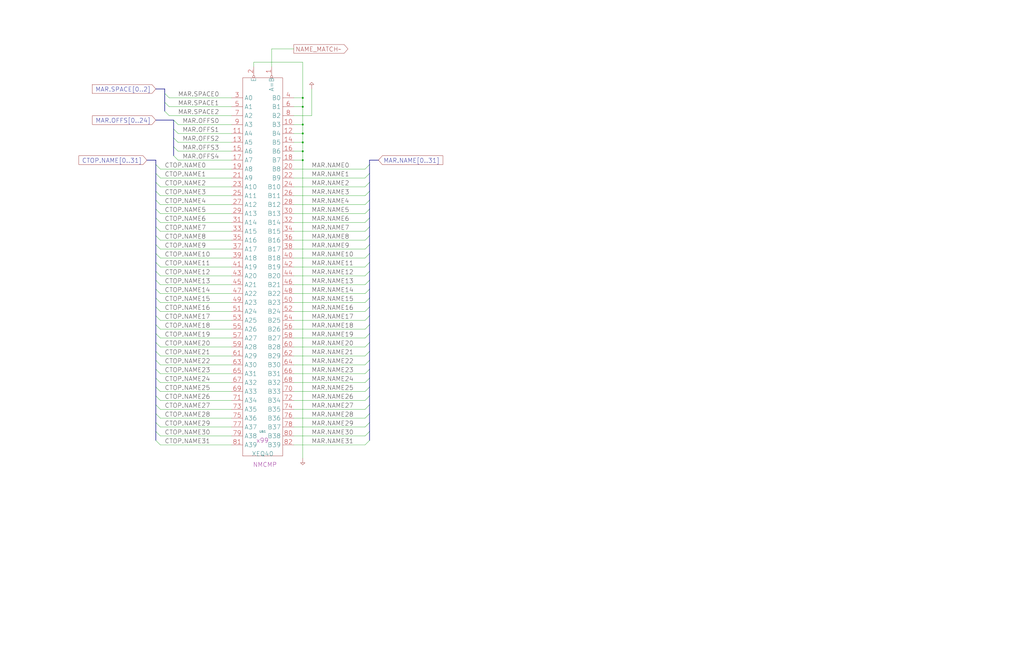
<source format=kicad_sch>
(kicad_sch (version 20230121) (generator eeschema)
  (paper "User" 584.2 378.46)
  (title_block (title "CSA NAME COMPARE") (date "20-MAR-90") (rev "1.0") (comment 1 "FIU") (comment 2 "232-003065") (comment 3 "S400") (comment 4 "RELEASED"))
  (lib_symbols
    (symbol "r1000:PD" (power) (pin_numbers hide) (pin_names hide) (in_bom no)
      (symbol "PD_0_1"
        (polyline (pts (xy 0 -2.54) (xy 1.27 -2.54) (xy 0 -3.81) (xy -1.27 -2.54) (xy 0 -2.54)) (stroke (width 0.1524)))
      )
      (symbol "PD_1_1"
        (pin power_in line (at 0 0 270) (length 2.54) (name "PD") (number "1"))
      )
    )
    (symbol "r1000:PU" (power) (pin_numbers hide) (pin_names hide)
      (symbol "PU_0_1"
        (polyline (pts (xy 0 2.54) (xy -1.27 2.54) (xy 0 3.81) (xy 1.27 2.54) (xy 0 2.54)) (stroke (width 0.1524)))
      )
      (symbol "PU_1_1"
        (pin power_in line (at 0 0 90) (length 2.54) (name "PU") (number "1"))
      )
    )
    (symbol "r1000:XEQ40" (pin_names (offset 1.016))
      (property "Reference" "U" (at 2.54 5.08 0))
      (property "Value" "XEQ40" (at -3.81 -7.62 0))
      (property "Location" "___" (at -1.27 0 0))
      (property "Name" "______" (at 3.81 -15.24 0))
      (symbol "XEQ40_1_1"
        (rectangle (start -8.89 207.01) (end 13.97 -8.89))
        (circle (center -2.54 207.645) (radius 0.635))
        (circle (center 7.62 207.645) (radius 0.635))
        (pin output line (at 7.62 213.36 270) (length 5.08) (name "A=B") (number "1"))
        (pin input line (at 20.32 180.34 180) (length 6.35) (name "B3") (number "10"))
        (pin input line (at -15.24 175.26 0) (length 6.35) (name "A4") (number "11"))
        (pin input line (at 20.32 175.26 180) (length 6.35) (name "B4") (number "12"))
        (pin input line (at -15.24 170.18 0) (length 6.35) (name "A5") (number "13"))
        (pin input line (at 20.32 170.18 180) (length 6.35) (name "B5") (number "14"))
        (pin input line (at -15.24 165.1 0) (length 6.35) (name "A6") (number "15"))
        (pin input line (at 20.32 165.1 180) (length 6.35) (name "B6") (number "16"))
        (pin input line (at -15.24 160.02 0) (length 6.35) (name "A7") (number "17"))
        (pin input line (at 20.32 160.02 180) (length 6.35) (name "B7") (number "18"))
        (pin input line (at -15.24 154.94 0) (length 6.35) (name "A8") (number "19"))
        (pin input line (at -2.54 213.36 270) (length 5.08) (name "E") (number "2"))
        (pin input line (at 20.32 154.94 180) (length 6.35) (name "B8") (number "20"))
        (pin input line (at -15.24 149.86 0) (length 6.35) (name "A9") (number "21"))
        (pin input line (at 20.32 149.86 180) (length 6.35) (name "B9") (number "22"))
        (pin input line (at -15.24 144.78 0) (length 6.35) (name "A10") (number "23"))
        (pin input line (at 20.32 144.78 180) (length 6.35) (name "B10") (number "24"))
        (pin input line (at -15.24 139.7 0) (length 6.35) (name "A11") (number "25"))
        (pin input line (at 20.32 139.7 180) (length 6.35) (name "B11") (number "26"))
        (pin input line (at -15.24 134.62 0) (length 6.35) (name "A12") (number "27"))
        (pin input line (at 20.32 134.62 180) (length 6.35) (name "B12") (number "28"))
        (pin input line (at -15.24 129.54 0) (length 6.35) (name "A13") (number "29"))
        (pin input line (at -15.24 195.58 0) (length 6.35) (name "A0") (number "3"))
        (pin input line (at 20.32 129.54 180) (length 6.35) (name "B13") (number "30"))
        (pin input line (at -15.24 124.46 0) (length 6.35) (name "A14") (number "31"))
        (pin input line (at 20.32 124.46 180) (length 6.35) (name "B14") (number "32"))
        (pin input line (at -15.24 119.38 0) (length 6.35) (name "A15") (number "33"))
        (pin input line (at 20.32 119.38 180) (length 6.35) (name "B15") (number "34"))
        (pin input line (at -15.24 114.3 0) (length 6.35) (name "A16") (number "35"))
        (pin input line (at 20.32 114.3 180) (length 6.35) (name "B16") (number "36"))
        (pin input line (at -15.24 109.22 0) (length 6.35) (name "A17") (number "37"))
        (pin input line (at 20.32 109.22 180) (length 6.35) (name "B17") (number "38"))
        (pin input line (at -15.24 104.14 0) (length 6.35) (name "A18") (number "39"))
        (pin input line (at 20.32 195.58 180) (length 6.35) (name "B0") (number "4"))
        (pin input line (at 20.32 104.14 180) (length 6.35) (name "B18") (number "40"))
        (pin input line (at -15.24 99.06 0) (length 6.35) (name "A19") (number "41"))
        (pin input line (at 20.32 99.06 180) (length 6.35) (name "B19") (number "42"))
        (pin input line (at -15.24 93.98 0) (length 6.35) (name "A20") (number "43"))
        (pin input line (at 20.32 93.98 180) (length 6.35) (name "B20") (number "44"))
        (pin input line (at -15.24 88.9 0) (length 6.35) (name "A21") (number "45"))
        (pin input line (at 20.32 88.9 180) (length 6.35) (name "B21") (number "46"))
        (pin input line (at -15.24 83.82 0) (length 6.35) (name "A22") (number "47"))
        (pin input line (at 20.32 83.82 180) (length 6.35) (name "B22") (number "48"))
        (pin input line (at -15.24 78.74 0) (length 6.35) (name "A23") (number "49"))
        (pin input line (at -15.24 190.5 0) (length 6.35) (name "A1") (number "5"))
        (pin input line (at 20.32 78.74 180) (length 6.35) (name "B23") (number "50"))
        (pin input line (at -15.24 73.66 0) (length 6.35) (name "A24") (number "51"))
        (pin input line (at 20.32 73.66 180) (length 6.35) (name "B24") (number "52"))
        (pin input line (at -15.24 68.58 0) (length 6.35) (name "A25") (number "53"))
        (pin input line (at 20.32 68.58 180) (length 6.35) (name "B25") (number "54"))
        (pin input line (at -15.24 63.5 0) (length 6.35) (name "A26") (number "55"))
        (pin input line (at 20.32 63.5 180) (length 6.35) (name "B26") (number "56"))
        (pin input line (at -15.24 58.42 0) (length 6.35) (name "A27") (number "57"))
        (pin input line (at 20.32 58.42 180) (length 6.35) (name "B27") (number "58"))
        (pin input line (at -15.24 53.34 0) (length 6.35) (name "A28") (number "59"))
        (pin input line (at 20.32 190.5 180) (length 6.35) (name "B1") (number "6"))
        (pin input line (at 20.32 53.34 180) (length 6.35) (name "B28") (number "60"))
        (pin input line (at -15.24 48.26 0) (length 6.35) (name "A29") (number "61"))
        (pin input line (at 20.32 48.26 180) (length 6.35) (name "B29") (number "62"))
        (pin input line (at -15.24 43.18 0) (length 6.35) (name "A30") (number "63"))
        (pin input line (at 20.32 43.18 180) (length 6.35) (name "B30") (number "64"))
        (pin input line (at -15.24 38.1 0) (length 6.35) (name "A31") (number "65"))
        (pin input line (at 20.32 38.1 180) (length 6.35) (name "B31") (number "66"))
        (pin input line (at -15.24 33.02 0) (length 6.35) (name "A32") (number "67"))
        (pin input line (at 20.32 33.02 180) (length 6.35) (name "B32") (number "68"))
        (pin input line (at -15.24 27.94 0) (length 6.35) (name "A33") (number "69"))
        (pin input line (at -15.24 185.42 0) (length 6.35) (name "A2") (number "7"))
        (pin input line (at 20.32 27.94 180) (length 6.35) (name "B33") (number "70"))
        (pin input line (at -15.24 22.86 0) (length 6.35) (name "A34") (number "71"))
        (pin input line (at 20.32 22.86 180) (length 6.35) (name "B34") (number "72"))
        (pin input line (at -15.24 17.78 0) (length 6.35) (name "A35") (number "73"))
        (pin input line (at 20.32 17.78 180) (length 6.35) (name "B35") (number "74"))
        (pin input line (at -15.24 12.7 0) (length 6.35) (name "A36") (number "75"))
        (pin input line (at 20.32 12.7 180) (length 6.35) (name "B36") (number "76"))
        (pin input line (at -15.24 7.62 0) (length 6.35) (name "A37") (number "77"))
        (pin input line (at 20.32 7.62 180) (length 6.35) (name "B37") (number "78"))
        (pin input line (at -15.24 2.54 0) (length 6.35) (name "A38") (number "79"))
        (pin input line (at 20.32 185.42 180) (length 6.35) (name "B2") (number "8"))
        (pin input line (at 20.32 2.54 180) (length 6.35) (name "B38") (number "80"))
        (pin input line (at -15.24 -2.54 0) (length 6.35) (name "A39") (number "81"))
        (pin input line (at 20.32 -2.54 180) (length 6.35) (name "B39") (number "82"))
        (pin input line (at -15.24 180.34 0) (length 6.35) (name "A3") (number "9"))
      )
    )
  )
  (junction (at 172.72 86.36))
  (junction (at 172.72 71.12))
  (junction (at 172.72 81.28))
  (junction (at 172.72 91.44))
  (junction (at 172.72 60.96))
  (junction (at 172.72 76.2))
  (junction (at 172.72 55.88))
  (bus_entry (at 88.9 170.18) (size 2.54 2.54))
  (bus_entry (at 210.82 195.58) (size -2.54 2.54))
  (bus_entry (at 210.82 185.42) (size -2.54 2.54))
  (bus_entry (at 210.82 226.06) (size -2.54 2.54))
  (bus_entry (at 210.82 170.18) (size -2.54 2.54))
  (bus_entry (at 88.9 210.82) (size 2.54 2.54))
  (bus_entry (at 88.9 231.14) (size 2.54 2.54))
  (bus_entry (at 88.9 200.66) (size 2.54 2.54))
  (bus_entry (at 93.98 63.5) (size 2.54 2.54))
  (bus_entry (at 210.82 104.14) (size -2.54 2.54))
  (bus_entry (at 210.82 246.38) (size -2.54 2.54))
  (bus_entry (at 99.06 73.66) (size 2.54 2.54))
  (bus_entry (at 210.82 241.3) (size -2.54 2.54))
  (bus_entry (at 88.9 215.9) (size 2.54 2.54))
  (bus_entry (at 88.9 241.3) (size 2.54 2.54))
  (bus_entry (at 88.9 220.98) (size 2.54 2.54))
  (bus_entry (at 99.06 88.9) (size 2.54 2.54))
  (bus_entry (at 88.9 119.38) (size 2.54 2.54))
  (bus_entry (at 88.9 180.34) (size 2.54 2.54))
  (bus_entry (at 210.82 129.54) (size -2.54 2.54))
  (bus_entry (at 88.9 246.38) (size 2.54 2.54))
  (bus_entry (at 210.82 99.06) (size -2.54 2.54))
  (bus_entry (at 210.82 154.94) (size -2.54 2.54))
  (bus_entry (at 210.82 134.62) (size -2.54 2.54))
  (bus_entry (at 93.98 53.34) (size 2.54 2.54))
  (bus_entry (at 88.9 93.98) (size 2.54 2.54))
  (bus_entry (at 88.9 154.94) (size 2.54 2.54))
  (bus_entry (at 99.06 83.82) (size 2.54 2.54))
  (bus_entry (at 88.9 226.06) (size 2.54 2.54))
  (bus_entry (at 88.9 104.14) (size 2.54 2.54))
  (bus_entry (at 210.82 215.9) (size -2.54 2.54))
  (bus_entry (at 210.82 149.86) (size -2.54 2.54))
  (bus_entry (at 210.82 109.22) (size -2.54 2.54))
  (bus_entry (at 88.9 134.62) (size 2.54 2.54))
  (bus_entry (at 210.82 251.46) (size -2.54 2.54))
  (bus_entry (at 210.82 93.98) (size -2.54 2.54))
  (bus_entry (at 210.82 190.5) (size -2.54 2.54))
  (bus_entry (at 88.9 160.02) (size 2.54 2.54))
  (bus_entry (at 210.82 119.38) (size -2.54 2.54))
  (bus_entry (at 210.82 175.26) (size -2.54 2.54))
  (bus_entry (at 88.9 190.5) (size 2.54 2.54))
  (bus_entry (at 88.9 236.22) (size 2.54 2.54))
  (bus_entry (at 88.9 205.74) (size 2.54 2.54))
  (bus_entry (at 93.98 58.42) (size 2.54 2.54))
  (bus_entry (at 88.9 99.06) (size 2.54 2.54))
  (bus_entry (at 88.9 165.1) (size 2.54 2.54))
  (bus_entry (at 210.82 114.3) (size -2.54 2.54))
  (bus_entry (at 210.82 124.46) (size -2.54 2.54))
  (bus_entry (at 99.06 68.58) (size 2.54 2.54))
  (bus_entry (at 88.9 109.22) (size 2.54 2.54))
  (bus_entry (at 210.82 220.98) (size -2.54 2.54))
  (bus_entry (at 210.82 180.34) (size -2.54 2.54))
  (bus_entry (at 88.9 185.42) (size 2.54 2.54))
  (bus_entry (at 210.82 165.1) (size -2.54 2.54))
  (bus_entry (at 210.82 210.82) (size -2.54 2.54))
  (bus_entry (at 210.82 236.22) (size -2.54 2.54))
  (bus_entry (at 210.82 160.02) (size -2.54 2.54))
  (bus_entry (at 210.82 205.74) (size -2.54 2.54))
  (bus_entry (at 88.9 114.3) (size 2.54 2.54))
  (bus_entry (at 210.82 231.14) (size -2.54 2.54))
  (bus_entry (at 88.9 144.78) (size 2.54 2.54))
  (bus_entry (at 88.9 251.46) (size 2.54 2.54))
  (bus_entry (at 88.9 175.26) (size 2.54 2.54))
  (bus_entry (at 88.9 139.7) (size 2.54 2.54))
  (bus_entry (at 88.9 149.86) (size 2.54 2.54))
  (bus_entry (at 88.9 195.58) (size 2.54 2.54))
  (bus_entry (at 99.06 78.74) (size 2.54 2.54))
  (bus_entry (at 88.9 129.54) (size 2.54 2.54))
  (bus_entry (at 88.9 124.46) (size 2.54 2.54))
  (bus_entry (at 210.82 139.7) (size -2.54 2.54))
  (bus_entry (at 210.82 200.66) (size -2.54 2.54))
  (bus_entry (at 210.82 144.78) (size -2.54 2.54))
  (bus (pts (xy 88.9 210.82) (xy 88.9 215.9)))
  (wire (pts (xy 208.28 223.52) (xy 167.64 223.52)))
  (bus (pts (xy 88.9 241.3) (xy 88.9 246.38)))
  (bus (pts (xy 83.82 91.44) (xy 88.9 91.44)))
  (bus (pts (xy 210.82 134.62) (xy 210.82 139.7)))
  (wire (pts (xy 167.64 86.36) (xy 172.72 86.36)))
  (bus (pts (xy 99.06 73.66) (xy 99.06 78.74)))
  (wire (pts (xy 91.44 198.12) (xy 132.08 198.12)))
  (bus (pts (xy 210.82 200.66) (xy 210.82 205.74)))
  (wire (pts (xy 91.44 182.88) (xy 132.08 182.88)))
  (wire (pts (xy 101.6 71.12) (xy 132.08 71.12)))
  (bus (pts (xy 210.82 246.38) (xy 210.82 251.46)))
  (wire (pts (xy 172.72 91.44) (xy 172.72 261.62)))
  (wire (pts (xy 208.28 228.6) (xy 167.64 228.6)))
  (bus (pts (xy 210.82 226.06) (xy 210.82 231.14)))
  (wire (pts (xy 91.44 233.68) (xy 132.08 233.68)))
  (wire (pts (xy 91.44 152.4) (xy 132.08 152.4)))
  (bus (pts (xy 210.82 91.44) (xy 210.82 93.98)))
  (wire (pts (xy 91.44 238.76) (xy 132.08 238.76)))
  (wire (pts (xy 101.6 86.36) (xy 132.08 86.36)))
  (wire (pts (xy 208.28 132.08) (xy 167.64 132.08)))
  (wire (pts (xy 172.72 35.56) (xy 172.72 55.88)))
  (bus (pts (xy 88.9 91.44) (xy 88.9 93.98)))
  (bus (pts (xy 88.9 124.46) (xy 88.9 129.54)))
  (wire (pts (xy 208.28 121.92) (xy 167.64 121.92)))
  (wire (pts (xy 208.28 213.36) (xy 167.64 213.36)))
  (wire (pts (xy 208.28 167.64) (xy 167.64 167.64)))
  (wire (pts (xy 91.44 106.68) (xy 132.08 106.68)))
  (wire (pts (xy 91.44 213.36) (xy 132.08 213.36)))
  (wire (pts (xy 208.28 116.84) (xy 167.64 116.84)))
  (bus (pts (xy 88.9 170.18) (xy 88.9 175.26)))
  (wire (pts (xy 167.64 81.28) (xy 172.72 81.28)))
  (wire (pts (xy 91.44 96.52) (xy 132.08 96.52)))
  (wire (pts (xy 208.28 147.32) (xy 167.64 147.32)))
  (wire (pts (xy 144.78 35.56) (xy 172.72 35.56)))
  (bus (pts (xy 88.9 205.74) (xy 88.9 210.82)))
  (wire (pts (xy 91.44 101.6) (xy 132.08 101.6)))
  (bus (pts (xy 210.82 195.58) (xy 210.82 200.66)))
  (wire (pts (xy 208.28 243.84) (xy 167.64 243.84)))
  (bus (pts (xy 88.9 109.22) (xy 88.9 114.3)))
  (wire (pts (xy 208.28 254) (xy 167.64 254)))
  (wire (pts (xy 91.44 203.2) (xy 132.08 203.2)))
  (bus (pts (xy 88.9 226.06) (xy 88.9 231.14)))
  (bus (pts (xy 88.9 180.34) (xy 88.9 185.42)))
  (wire (pts (xy 91.44 193.04) (xy 132.08 193.04)))
  (wire (pts (xy 91.44 121.92) (xy 132.08 121.92)))
  (wire (pts (xy 91.44 172.72) (xy 132.08 172.72)))
  (bus (pts (xy 88.9 134.62) (xy 88.9 139.7)))
  (wire (pts (xy 172.72 76.2) (xy 172.72 81.28)))
  (bus (pts (xy 88.9 195.58) (xy 88.9 200.66)))
  (bus (pts (xy 99.06 68.58) (xy 99.06 73.66)))
  (bus (pts (xy 88.9 185.42) (xy 88.9 190.5)))
  (wire (pts (xy 208.28 111.76) (xy 167.64 111.76)))
  (bus (pts (xy 99.06 78.74) (xy 99.06 83.82)))
  (wire (pts (xy 91.44 177.8) (xy 132.08 177.8)))
  (bus (pts (xy 88.9 93.98) (xy 88.9 99.06)))
  (wire (pts (xy 208.28 248.92) (xy 167.64 248.92)))
  (bus (pts (xy 210.82 185.42) (xy 210.82 190.5)))
  (bus (pts (xy 93.98 58.42) (xy 93.98 63.5)))
  (bus (pts (xy 88.9 119.38) (xy 88.9 124.46)))
  (wire (pts (xy 208.28 162.56) (xy 167.64 162.56)))
  (wire (pts (xy 167.64 55.88) (xy 172.72 55.88)))
  (wire (pts (xy 91.44 248.92) (xy 132.08 248.92)))
  (bus (pts (xy 88.9 215.9) (xy 88.9 220.98)))
  (wire (pts (xy 208.28 101.6) (xy 167.64 101.6)))
  (wire (pts (xy 101.6 81.28) (xy 132.08 81.28)))
  (bus (pts (xy 210.82 220.98) (xy 210.82 226.06)))
  (bus (pts (xy 210.82 190.5) (xy 210.82 195.58)))
  (bus (pts (xy 210.82 241.3) (xy 210.82 246.38)))
  (bus (pts (xy 210.82 236.22) (xy 210.82 241.3)))
  (wire (pts (xy 91.44 162.56) (xy 132.08 162.56)))
  (bus (pts (xy 88.9 50.8) (xy 93.98 50.8)))
  (bus (pts (xy 88.9 144.78) (xy 88.9 149.86)))
  (bus (pts (xy 210.82 205.74) (xy 210.82 210.82)))
  (bus (pts (xy 93.98 50.8) (xy 93.98 53.34)))
  (wire (pts (xy 96.52 66.04) (xy 132.08 66.04)))
  (wire (pts (xy 208.28 182.88) (xy 167.64 182.88)))
  (bus (pts (xy 88.9 246.38) (xy 88.9 251.46)))
  (wire (pts (xy 208.28 106.68) (xy 167.64 106.68)))
  (wire (pts (xy 91.44 167.64) (xy 132.08 167.64)))
  (bus (pts (xy 88.9 99.06) (xy 88.9 104.14)))
  (wire (pts (xy 208.28 233.68) (xy 167.64 233.68)))
  (wire (pts (xy 91.44 223.52) (xy 132.08 223.52)))
  (bus (pts (xy 210.82 160.02) (xy 210.82 165.1)))
  (wire (pts (xy 96.52 60.96) (xy 132.08 60.96)))
  (wire (pts (xy 91.44 228.6) (xy 132.08 228.6)))
  (bus (pts (xy 210.82 144.78) (xy 210.82 149.86)))
  (bus (pts (xy 210.82 139.7) (xy 210.82 144.78)))
  (bus (pts (xy 88.9 114.3) (xy 88.9 119.38)))
  (wire (pts (xy 208.28 193.04) (xy 167.64 193.04)))
  (bus (pts (xy 210.82 109.22) (xy 210.82 114.3)))
  (bus (pts (xy 210.82 175.26) (xy 210.82 180.34)))
  (wire (pts (xy 91.44 147.32) (xy 132.08 147.32)))
  (wire (pts (xy 91.44 208.28) (xy 132.08 208.28)))
  (wire (pts (xy 144.78 38.1) (xy 144.78 35.56)))
  (bus (pts (xy 88.9 149.86) (xy 88.9 154.94)))
  (wire (pts (xy 91.44 116.84) (xy 132.08 116.84)))
  (wire (pts (xy 91.44 127) (xy 132.08 127)))
  (wire (pts (xy 167.64 71.12) (xy 172.72 71.12)))
  (wire (pts (xy 172.72 60.96) (xy 172.72 71.12)))
  (bus (pts (xy 210.82 93.98) (xy 210.82 99.06)))
  (bus (pts (xy 88.9 104.14) (xy 88.9 109.22)))
  (wire (pts (xy 172.72 81.28) (xy 172.72 86.36)))
  (wire (pts (xy 208.28 152.4) (xy 167.64 152.4)))
  (bus (pts (xy 210.82 165.1) (xy 210.82 170.18)))
  (bus (pts (xy 88.9 190.5) (xy 88.9 195.58)))
  (bus (pts (xy 88.9 200.66) (xy 88.9 205.74)))
  (wire (pts (xy 101.6 76.2) (xy 132.08 76.2)))
  (wire (pts (xy 167.64 91.44) (xy 172.72 91.44)))
  (bus (pts (xy 88.9 68.58) (xy 99.06 68.58)))
  (wire (pts (xy 208.28 157.48) (xy 167.64 157.48)))
  (bus (pts (xy 88.9 175.26) (xy 88.9 180.34)))
  (bus (pts (xy 88.9 154.94) (xy 88.9 160.02)))
  (wire (pts (xy 208.28 137.16) (xy 167.64 137.16)))
  (bus (pts (xy 210.82 154.94) (xy 210.82 160.02)))
  (wire (pts (xy 91.44 243.84) (xy 132.08 243.84)))
  (wire (pts (xy 208.28 127) (xy 167.64 127)))
  (bus (pts (xy 210.82 231.14) (xy 210.82 236.22)))
  (wire (pts (xy 208.28 208.28) (xy 167.64 208.28)))
  (wire (pts (xy 208.28 96.52) (xy 167.64 96.52)))
  (bus (pts (xy 215.9 91.44) (xy 210.82 91.44)))
  (wire (pts (xy 208.28 172.72) (xy 167.64 172.72)))
  (wire (pts (xy 91.44 142.24) (xy 132.08 142.24)))
  (bus (pts (xy 210.82 215.9) (xy 210.82 220.98)))
  (wire (pts (xy 91.44 157.48) (xy 132.08 157.48)))
  (wire (pts (xy 101.6 91.44) (xy 132.08 91.44)))
  (wire (pts (xy 172.72 55.88) (xy 172.72 60.96)))
  (wire (pts (xy 208.28 198.12) (xy 167.64 198.12)))
  (wire (pts (xy 167.64 66.04) (xy 177.8 66.04)))
  (wire (pts (xy 154.94 27.94) (xy 154.94 38.1)))
  (wire (pts (xy 208.28 218.44) (xy 167.64 218.44)))
  (bus (pts (xy 88.9 139.7) (xy 88.9 144.78)))
  (wire (pts (xy 91.44 218.44) (xy 132.08 218.44)))
  (bus (pts (xy 210.82 210.82) (xy 210.82 215.9)))
  (bus (pts (xy 210.82 114.3) (xy 210.82 119.38)))
  (wire (pts (xy 91.44 132.08) (xy 132.08 132.08)))
  (wire (pts (xy 177.8 66.04) (xy 177.8 50.8)))
  (bus (pts (xy 88.9 236.22) (xy 88.9 241.3)))
  (bus (pts (xy 93.98 53.34) (xy 93.98 58.42)))
  (bus (pts (xy 210.82 124.46) (xy 210.82 129.54)))
  (wire (pts (xy 96.52 55.88) (xy 132.08 55.88)))
  (wire (pts (xy 167.64 27.94) (xy 154.94 27.94)))
  (bus (pts (xy 210.82 104.14) (xy 210.82 109.22)))
  (bus (pts (xy 88.9 220.98) (xy 88.9 226.06)))
  (bus (pts (xy 99.06 83.82) (xy 99.06 88.9)))
  (bus (pts (xy 210.82 129.54) (xy 210.82 134.62)))
  (wire (pts (xy 91.44 111.76) (xy 132.08 111.76)))
  (bus (pts (xy 210.82 180.34) (xy 210.82 185.42)))
  (wire (pts (xy 208.28 203.2) (xy 167.64 203.2)))
  (wire (pts (xy 208.28 187.96) (xy 167.64 187.96)))
  (wire (pts (xy 91.44 254) (xy 132.08 254)))
  (wire (pts (xy 172.72 71.12) (xy 172.72 76.2)))
  (wire (pts (xy 167.64 60.96) (xy 172.72 60.96)))
  (bus (pts (xy 88.9 231.14) (xy 88.9 236.22)))
  (wire (pts (xy 91.44 137.16) (xy 132.08 137.16)))
  (bus (pts (xy 210.82 170.18) (xy 210.82 175.26)))
  (wire (pts (xy 167.64 76.2) (xy 172.72 76.2)))
  (bus (pts (xy 210.82 99.06) (xy 210.82 104.14)))
  (bus (pts (xy 210.82 149.86) (xy 210.82 154.94)))
  (wire (pts (xy 172.72 86.36) (xy 172.72 91.44)))
  (bus (pts (xy 210.82 119.38) (xy 210.82 124.46)))
  (bus (pts (xy 88.9 129.54) (xy 88.9 134.62)))
  (wire (pts (xy 208.28 177.8) (xy 167.64 177.8)))
  (wire (pts (xy 91.44 187.96) (xy 132.08 187.96)))
  (bus (pts (xy 88.9 165.1) (xy 88.9 170.18)))
  (wire (pts (xy 208.28 142.24) (xy 167.64 142.24)))
  (bus (pts (xy 88.9 160.02) (xy 88.9 165.1)))
  (wire (pts (xy 208.28 238.76) (xy 167.64 238.76)))
  (label "MAR.OFFS3" (at 104.14 86.36 0) (effects (font (size 2.54 2.54))))
  (label "MAR.NAME12" (at 177.8 157.48 0) (effects (font (size 2.54 2.54))))
  (label "MAR.SPACE0" (at 101.6 55.88 0) (effects (font (size 2.54 2.54))))
  (label "MAR.NAME5" (at 177.8 121.92 0) (effects (font (size 2.54 2.54))))
  (label "MAR.NAME7" (at 177.8 132.08 0) (effects (font (size 2.54 2.54))))
  (label "MAR.SPACE2" (at 101.6 66.04 0) (effects (font (size 2.54 2.54))))
  (label "CTOP.NAME7" (at 93.98 132.08 0) (effects (font (size 2.54 2.54))))
  (label "CTOP.NAME18" (at 93.98 187.96 0) (effects (font (size 2.54 2.54))))
  (label "MAR.OFFS2" (at 104.14 81.28 0) (effects (font (size 2.54 2.54))))
  (label "MAR.NAME25" (at 177.8 223.52 0) (effects (font (size 2.54 2.54))))
  (label "CTOP.NAME31" (at 93.98 254 0) (effects (font (size 2.54 2.54))))
  (label "MAR.NAME11" (at 177.8 152.4 0) (effects (font (size 2.54 2.54))))
  (label "MAR.NAME27" (at 177.8 233.68 0) (effects (font (size 2.54 2.54))))
  (label "CTOP.NAME20" (at 93.98 198.12 0) (effects (font (size 2.54 2.54))))
  (label "MAR.OFFS4" (at 104.14 91.44 0) (effects (font (size 2.54 2.54))))
  (label "CTOP.NAME3" (at 93.98 111.76 0) (effects (font (size 2.54 2.54))))
  (label "MAR.NAME8" (at 177.8 137.16 0) (effects (font (size 2.54 2.54))))
  (label "CTOP.NAME28" (at 93.98 238.76 0) (effects (font (size 2.54 2.54))))
  (label "CTOP.NAME25" (at 93.98 223.52 0) (effects (font (size 2.54 2.54))))
  (label "MAR.NAME23" (at 177.8 213.36 0) (effects (font (size 2.54 2.54))))
  (label "MAR.NAME20" (at 177.8 198.12 0) (effects (font (size 2.54 2.54))))
  (label "MAR.NAME14" (at 177.8 167.64 0) (effects (font (size 2.54 2.54))))
  (label "CTOP.NAME17" (at 93.98 182.88 0) (effects (font (size 2.54 2.54))))
  (label "CTOP.NAME11" (at 93.98 152.4 0) (effects (font (size 2.54 2.54))))
  (label "CTOP.NAME21" (at 93.98 203.2 0) (effects (font (size 2.54 2.54))))
  (label "MAR.NAME31" (at 177.8 254 0) (effects (font (size 2.54 2.54))))
  (label "MAR.NAME26" (at 177.8 228.6 0) (effects (font (size 2.54 2.54))))
  (label "CTOP.NAME30" (at 93.98 248.92 0) (effects (font (size 2.54 2.54))))
  (label "CTOP.NAME6" (at 93.98 127 0) (effects (font (size 2.54 2.54))))
  (label "CTOP.NAME12" (at 93.98 157.48 0) (effects (font (size 2.54 2.54))))
  (label "CTOP.NAME2" (at 93.98 106.68 0) (effects (font (size 2.54 2.54))))
  (label "CTOP.NAME0" (at 93.98 96.52 0) (effects (font (size 2.54 2.54))))
  (label "CTOP.NAME16" (at 93.98 177.8 0) (effects (font (size 2.54 2.54))))
  (label "MAR.NAME10" (at 177.8 147.32 0) (effects (font (size 2.54 2.54))))
  (label "CTOP.NAME10" (at 93.98 147.32 0) (effects (font (size 2.54 2.54))))
  (label "MAR.NAME21" (at 177.8 203.2 0) (effects (font (size 2.54 2.54))))
  (label "CTOP.NAME14" (at 93.98 167.64 0) (effects (font (size 2.54 2.54))))
  (label "MAR.NAME28" (at 177.8 238.76 0) (effects (font (size 2.54 2.54))))
  (label "CTOP.NAME23" (at 93.98 213.36 0) (effects (font (size 2.54 2.54))))
  (label "CTOP.NAME1" (at 93.98 101.6 0) (effects (font (size 2.54 2.54))))
  (label "MAR.NAME0" (at 177.8 96.52 0) (effects (font (size 2.54 2.54))))
  (label "CTOP.NAME19" (at 93.98 193.04 0) (effects (font (size 2.54 2.54))))
  (label "MAR.NAME24" (at 177.8 218.44 0) (effects (font (size 2.54 2.54))))
  (label "MAR.NAME30" (at 177.8 248.92 0) (effects (font (size 2.54 2.54))))
  (label "MAR.NAME3" (at 177.8 111.76 0) (effects (font (size 2.54 2.54))))
  (label "CTOP.NAME9" (at 93.98 142.24 0) (effects (font (size 2.54 2.54))))
  (label "CTOP.NAME4" (at 93.98 116.84 0) (effects (font (size 2.54 2.54))))
  (label "MAR.SPACE1" (at 101.6 60.96 0) (effects (font (size 2.54 2.54))))
  (label "MAR.NAME2" (at 177.8 106.68 0) (effects (font (size 2.54 2.54))))
  (label "MAR.NAME16" (at 177.8 177.8 0) (effects (font (size 2.54 2.54))))
  (label "MAR.OFFS0" (at 104.14 71.12 0) (effects (font (size 2.54 2.54))))
  (label "MAR.NAME13" (at 177.8 162.56 0) (effects (font (size 2.54 2.54))))
  (label "MAR.NAME19" (at 177.8 193.04 0) (effects (font (size 2.54 2.54))))
  (label "MAR.NAME9" (at 177.8 142.24 0) (effects (font (size 2.54 2.54))))
  (label "MAR.NAME1" (at 177.8 101.6 0) (effects (font (size 2.54 2.54))))
  (label "MAR.NAME18" (at 177.8 187.96 0) (effects (font (size 2.54 2.54))))
  (label "CTOP.NAME5" (at 93.98 121.92 0) (effects (font (size 2.54 2.54))))
  (label "MAR.NAME22" (at 177.8 208.28 0) (effects (font (size 2.54 2.54))))
  (label "CTOP.NAME22" (at 93.98 208.28 0) (effects (font (size 2.54 2.54))))
  (label "CTOP.NAME27" (at 93.98 233.68 0) (effects (font (size 2.54 2.54))))
  (label "CTOP.NAME26" (at 93.98 228.6 0) (effects (font (size 2.54 2.54))))
  (label "CTOP.NAME15" (at 93.98 172.72 0) (effects (font (size 2.54 2.54))))
  (label "MAR.OFFS1" (at 104.14 76.2 0) (effects (font (size 2.54 2.54))))
  (label "MAR.NAME17" (at 177.8 182.88 0) (effects (font (size 2.54 2.54))))
  (label "CTOP.NAME13" (at 93.98 162.56 0) (effects (font (size 2.54 2.54))))
  (label "CTOP.NAME8" (at 93.98 137.16 0) (effects (font (size 2.54 2.54))))
  (label "MAR.NAME15" (at 177.8 172.72 0) (effects (font (size 2.54 2.54))))
  (label "MAR.NAME4" (at 177.8 116.84 0) (effects (font (size 2.54 2.54))))
  (label "MAR.NAME6" (at 177.8 127 0) (effects (font (size 2.54 2.54))))
  (label "CTOP.NAME29" (at 93.98 243.84 0) (effects (font (size 2.54 2.54))))
  (label "CTOP.NAME24" (at 93.98 218.44 0) (effects (font (size 2.54 2.54))))
  (label "MAR.NAME29" (at 177.8 243.84 0) (effects (font (size 2.54 2.54))))
  (global_label "NAME_MATCH~" (shape output) (at 167.64 27.94 0) (effects (font (size 2.54 2.54))) (property "Intersheetrefs" "${INTERSHEET_REFS}" (at 198.4708 27.7813 0) (effects (font (size 1.905 1.905)) (justify left))))
  (global_label "MAR.SPACE[0..2]" (shape input) (at 88.9 50.8 180) (effects (font (size 2.54 2.54))) (property "Intersheetrefs" "${INTERSHEET_REFS}" (at 52.6264 50.6413 0) (effects (font (size 1.905 1.905)) (justify right))))
  (global_label "MAR.OFFS[0..24]" (shape input) (at 88.9 68.58 180) (effects (font (size 2.54 2.54))) (property "Intersheetrefs" "${INTERSHEET_REFS}" (at 52.0808 68.58 0) (effects (font (size 1.905 1.905)) (justify right))))
  (global_label "MAR.NAME[0..31]" (shape input) (at 215.9 91.44 0) (effects (font (size 2.54 2.54))) (property "Intersheetrefs" "${INTERSHEET_REFS}" (at 252.6574 91.2813 0) (effects (font (size 1.905 1.905)) (justify left))))
  (global_label "CTOP.NAME[0..31]" (shape input) (at 83.82 91.44 180) (effects (font (size 2.54 2.54))) (property "Intersheetrefs" "${INTERSHEET_REFS}" (at 45.0064 91.2813 0) (effects (font (size 1.905 1.905)) (justify right))))
  (symbol (lib_id "r1000:XEQ40") (at 147.32 251.46 0) (unit 1)
    (property "Reference" "U61" (at 149.86 246.38 0))
    (property "Value" "XEQ40" (at 143.51 259.08 0) (effects (font (size 2.54 2.54)) (justify left)))
    (property "Location" "x99" (at 146.05 251.46 0) (effects (font (size 2.54 2.54)) (justify left)))
    (property "Name" "NMCMP" (at 151.13 266.7 0) (effects (font (size 2.54 2.54)) (justify bottom)))
  )
  (symbol (lib_id "r1000:PD") (at 172.72 261.62 0) (unit 1) (in_bom no)
    (property "Reference" "#PWR05001" (effects hide))
    (property "Value" "PD" (effects hide))
  )
  (symbol (lib_id "r1000:PU") (at 177.8 50.8 0) (unit 1)
    (property "Reference" "#PWR05002" (effects hide))
    (property "Value" "PU" (effects hide))
  )
)
</source>
